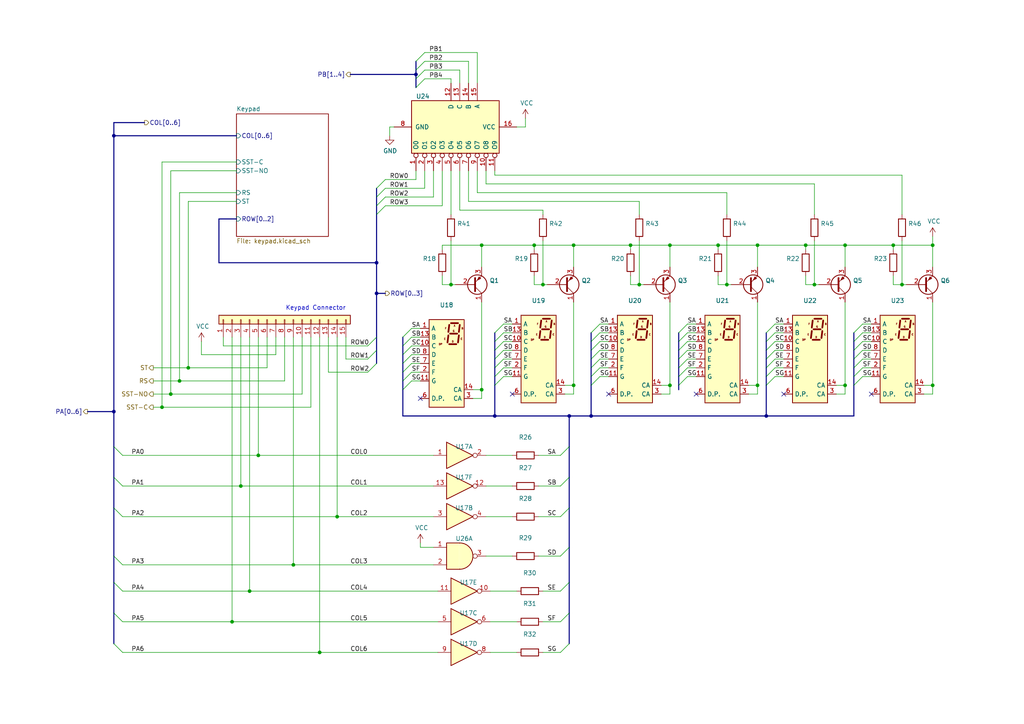
<source format=kicad_sch>
(kicad_sch (version 20211123) (generator eeschema)
  (paper "A4")
  (lib_symbols
    (symbol "Connector_Generic:Conn_01x15" (pin_names (offset 1.016) hide)
      (property "Reference" "J" (at 0 20.32 0))
      (property "Value" "Conn_01x15" (at 0 -20.32 0))
      (symbol "Conn_01x15_1_1"
        (rectangle (start -1.27 -17.653) (end 0 -17.907) (stroke (width 0.1524)))
        (rectangle (start -1.27 -15.113) (end 0 -15.367) (stroke (width 0.1524)))
        (rectangle (start -1.27 -12.573) (end 0 -12.827) (stroke (width 0.1524)))
        (rectangle (start -1.27 -10.033) (end 0 -10.287) (stroke (width 0.1524)))
        (rectangle (start -1.27 -7.493) (end 0 -7.747) (stroke (width 0.1524)))
        (rectangle (start -1.27 -4.953) (end 0 -5.207) (stroke (width 0.1524)))
        (rectangle (start -1.27 -2.413) (end 0 -2.667) (stroke (width 0.1524)))
        (rectangle (start -1.27 0.127) (end 0 -0.127) (stroke (width 0.1524)))
        (rectangle (start -1.27 2.667) (end 0 2.413) (stroke (width 0.1524)))
        (rectangle (start -1.27 5.207) (end 0 4.953) (stroke (width 0.1524)))
        (rectangle (start -1.27 7.747) (end 0 7.493) (stroke (width 0.1524)))
        (rectangle (start -1.27 10.287) (end 0 10.033) (stroke (width 0.1524)))
        (rectangle (start -1.27 12.827) (end 0 12.573) (stroke (width 0.1524)))
        (rectangle (start -1.27 15.367) (end 0 15.113) (stroke (width 0.1524)))
        (rectangle (start -1.27 17.907) (end 0 17.653) (stroke (width 0.1524)))
        (rectangle (start -1.27 19.05) (end 1.27 -19.05) (stroke (width 0.254)) (fill (type background)))
        (pin passive line (at -5.08 17.78 0) (length 3.81) (name "Pin_1") (number "1"))
        (pin passive line (at -5.08 -5.08 0) (length 3.81) (name "Pin_10") (number "10"))
        (pin passive line (at -5.08 -7.62 0) (length 3.81) (name "Pin_11") (number "11"))
        (pin passive line (at -5.08 -10.16 0) (length 3.81) (name "Pin_12") (number "12"))
        (pin passive line (at -5.08 -12.7 0) (length 3.81) (name "Pin_13") (number "13"))
        (pin passive line (at -5.08 -15.24 0) (length 3.81) (name "Pin_14") (number "14"))
        (pin passive line (at -5.08 -17.78 0) (length 3.81) (name "Pin_15") (number "15"))
        (pin passive line (at -5.08 15.24 0) (length 3.81) (name "Pin_2") (number "2"))
        (pin passive line (at -5.08 12.7 0) (length 3.81) (name "Pin_3") (number "3"))
        (pin passive line (at -5.08 10.16 0) (length 3.81) (name "Pin_4") (number "4"))
        (pin passive line (at -5.08 7.62 0) (length 3.81) (name "Pin_5") (number "5"))
        (pin passive line (at -5.08 5.08 0) (length 3.81) (name "Pin_6") (number "6"))
        (pin passive line (at -5.08 2.54 0) (length 3.81) (name "Pin_7") (number "7"))
        (pin passive line (at -5.08 0 0) (length 3.81) (name "Pin_8") (number "8"))
        (pin passive line (at -5.08 -2.54 0) (length 3.81) (name "Pin_9") (number "9"))
      )
    )
    (symbol "Device:Q_PNP_CBE" (pin_names (offset 0) hide)
      (property "Reference" "Q" (at 5.08 1.27 0))
      (property "Value" "Q_PNP_CBE" (at 5.08 -1.27 0))
      (symbol "Q_PNP_CBE_0_1"
        (polyline (pts (xy 0.635 0.635) (xy 2.54 2.54)))
        (polyline (pts (xy 0.635 -0.635) (xy 2.54 -2.54) (xy 2.54 -2.54)))
        (polyline (pts (xy 0.635 1.905) (xy 0.635 -1.905) (xy 0.635 -1.905)) (stroke (width 0.508)))
        (polyline (pts (xy 2.286 -1.778) (xy 1.778 -2.286) (xy 1.27 -1.27) (xy 2.286 -1.778) (xy 2.286 -1.778)) (fill (type outline)))
        (circle (center 1.27 0) (radius 2.8194) (stroke (width 0.254)))
      )
      (symbol "Q_PNP_CBE_1_1"
        (pin passive line (at 2.54 5.08 270) (length 2.54) (name "C") (number "1"))
        (pin input line (at -5.08 0 0) (length 5.715) (name "B") (number "2"))
        (pin passive line (at 2.54 -5.08 90) (length 2.54) (name "E") (number "3"))
      )
    )
    (symbol "Device:R" (pin_numbers hide) (pin_names (offset 0))
      (property "Reference" "R" (at 2.032 0 90))
      (property "Value" "R" (at 0 0 90))
      (symbol "R_0_1"
        (rectangle (start -1.016 -2.54) (end 1.016 2.54) (stroke (width 0.254)))
      )
      (symbol "R_1_1"
        (pin passive line (at 0 3.81 270) (length 1.27) (name "~") (number "1"))
        (pin passive line (at 0 -3.81 90) (length 1.27) (name "~") (number "2"))
      )
    )
    (symbol "Display_Character:MAN72A" (pin_names (offset 0.635))
      (property "Reference" "U" (at -2.54 13.97 0))
      (property "Value" "MAN72A" (at 2.794 -14.224 0))
      (symbol "MAN72A_0_0"
        (text "A" (at 2.286 10.922 0) (effects (font (size 0.508 0.508))))
        (text "B" (at 4.572 10.16 0) (effects (font (size 0.508 0.508))))
        (text "C" (at 4.318 7.112 0) (effects (font (size 0.508 0.508))))
        (text "D" (at 1.778 6.35 0) (effects (font (size 0.508 0.508))))
        (text "DP" (at -1.778 5.588 0) (effects (font (size 0.508 0.508))))
        (text "E" (at -0.508 7.112 0) (effects (font (size 0.508 0.508))))
        (text "F" (at -0.254 10.16 0) (effects (font (size 0.508 0.508))))
        (text "G" (at 2.032 9.398 0) (effects (font (size 0.508 0.508))))
      )
      (symbol "MAN72A_0_1"
        (rectangle (start -5.08 12.7) (end 5.08 -12.7) (stroke (width 0.254)) (fill (type background)))
        (polyline (pts (xy -0.762 5.588) (xy -0.762 5.588)) (stroke (width 0.508)))
        (polyline (pts (xy 0.508 8.128) (xy 0.254 6.096)) (stroke (width 0.508)))
        (polyline (pts (xy 0.762 5.588) (xy 2.794 5.588)) (stroke (width 0.508)))
        (polyline (pts (xy 0.762 11.176) (xy 0.508 9.144)) (stroke (width 0.508)))
        (polyline (pts (xy 1.016 8.636) (xy 3.048 8.636)) (stroke (width 0.508)))
        (polyline (pts (xy 1.27 11.684) (xy 3.302 11.684)) (stroke (width 0.508)))
        (polyline (pts (xy 3.556 8.128) (xy 3.302 6.096)) (stroke (width 0.508)))
        (polyline (pts (xy 3.81 11.176) (xy 3.556 9.144)) (stroke (width 0.508)))
      )
      (symbol "MAN72A_1_1"
        (pin input line (at -7.62 10.16 0) (length 2.54) (name "A") (number "1"))
        (pin input line (at -7.62 5.08 0) (length 2.54) (name "C") (number "10"))
        (pin input line (at -7.62 -5.08 0) (length 2.54) (name "G") (number "11"))
        (pin no_connect line (at 7.62 -5.08 180) (length 2.54) hide (name "NC") (number "12"))
        (pin input line (at -7.62 7.62 0) (length 2.54) (name "B") (number "13"))
        (pin input line (at 7.62 -7.62 180) (length 2.54) (name "CA") (number "14"))
        (pin input line (at -7.62 -2.54 0) (length 2.54) (name "F") (number "2"))
        (pin input line (at 7.62 -10.16 180) (length 2.54) (name "CA") (number "3"))
        (pin no_connect line (at 7.62 2.54 180) (length 2.54) hide (name "NC") (number "4"))
        (pin no_connect line (at 7.62 0 180) (length 2.54) hide (name "NC") (number "5"))
        (pin input line (at -7.62 -10.16 0) (length 2.54) (name "D.P.") (number "6"))
        (pin input line (at -7.62 0 0) (length 2.54) (name "E") (number "7"))
        (pin input line (at -7.62 2.54 0) (length 2.54) (name "D") (number "8"))
        (pin no_connect line (at 7.62 -2.54 180) (length 2.54) hide (name "NC") (number "9"))
      )
    )
    (symbol "KIM1-rescue:7406-74xx_more" (pin_names (offset 1.016))
      (property "Reference" "U" (at 0 1.27 0))
      (property "Value" "7406-74xx_more" (at 0 -1.27 0))
      (symbol "7406-74xx_more_1_0"
        (polyline (pts (xy -3.81 3.81) (xy -3.81 -3.81) (xy 3.81 0) (xy -3.81 3.81)) (stroke (width 0.254)) (fill (type background)))
        (pin input line (at -7.62 0 0) (length 3.81) (name "~") (number "1"))
        (pin open_collector inverted (at 7.62 0 180) (length 3.81) (name "~") (number "2"))
      )
      (symbol "7406-74xx_more_2_0"
        (polyline (pts (xy -3.81 3.81) (xy -3.81 -3.81) (xy 3.81 0) (xy -3.81 3.81)) (stroke (width 0.254)) (fill (type background)))
        (pin input line (at -7.62 0 0) (length 3.81) (name "~") (number "3"))
        (pin open_collector inverted (at 7.62 0 180) (length 3.81) (name "~") (number "4"))
      )
      (symbol "7406-74xx_more_3_0"
        (polyline (pts (xy -3.81 3.81) (xy -3.81 -3.81) (xy 3.81 0) (xy -3.81 3.81)) (stroke (width 0.254)) (fill (type background)))
        (pin input line (at -7.62 0 0) (length 3.81) (name "~") (number "5"))
        (pin open_collector inverted (at 7.62 0 180) (length 3.81) (name "~") (number "6"))
      )
      (symbol "7406-74xx_more_4_0"
        (polyline (pts (xy -3.81 3.81) (xy -3.81 -3.81) (xy 3.81 0) (xy -3.81 3.81)) (stroke (width 0.254)) (fill (type background)))
        (pin open_collector inverted (at 7.62 0 180) (length 3.81) (name "~") (number "8"))
        (pin input line (at -7.62 0 0) (length 3.81) (name "~") (number "9"))
      )
      (symbol "7406-74xx_more_5_0"
        (polyline (pts (xy -3.81 3.81) (xy -3.81 -3.81) (xy 3.81 0) (xy -3.81 3.81)) (stroke (width 0.254)) (fill (type background)))
        (pin open_collector inverted (at 7.62 0 180) (length 3.81) (name "~") (number "10"))
        (pin input line (at -7.62 0 0) (length 3.81) (name "~") (number "11"))
      )
      (symbol "7406-74xx_more_6_0"
        (polyline (pts (xy -3.81 3.81) (xy -3.81 -3.81) (xy 3.81 0) (xy -3.81 3.81)) (stroke (width 0.254)) (fill (type background)))
        (pin open_collector inverted (at 7.62 0 180) (length 3.81) (name "~") (number "12"))
        (pin input line (at -7.62 0 0) (length 3.81) (name "~") (number "13"))
      )
      (symbol "7406-74xx_more_7_0"
        (pin power_in line (at 0 12.7 270) (length 5.08) (name "VCC") (number "14"))
        (pin power_in line (at 0 -12.7 90) (length 5.08) (name "GND") (number "7"))
      )
      (symbol "7406-74xx_more_7_1"
        (rectangle (start -5.08 7.62) (end 5.08 -7.62) (stroke (width 0.254)) (fill (type background)))
      )
    )
    (symbol "KIM1-rescue:74145-74xx_more" (pin_names (offset 1.016))
      (property "Reference" "U" (at 3.81 15.24 0))
      (property "Value" "74145-74xx_more" (at 5.08 12.7 0))
      (symbol "74145-74xx_more_0_0"
        (pin input line (at -12.7 5.08 0) (length 5.08) (name "A") (number "15"))
      )
      (symbol "74145-74xx_more_1_1"
        (rectangle (start -7.62 11.43) (end 7.62 -13.97) (stroke (width 0.254)) (fill (type background)))
        (pin output inverted (at 12.7 -12.7 180) (length 5.08) (name "O0") (number "1"))
        (pin output inverted (at 12.7 7.62 180) (length 5.08) (name "O8") (number "10"))
        (pin output inverted (at 12.7 10.16 180) (length 5.08) (name "O9") (number "11"))
        (pin input line (at -12.7 -2.54 0) (length 5.08) (name "D") (number "12"))
        (pin input line (at -12.7 0 0) (length 5.08) (name "C") (number "13"))
        (pin input line (at -12.7 2.54 0) (length 5.08) (name "B") (number "14"))
        (pin power_in line (at 0 16.51 270) (length 5.08) (name "VCC") (number "16"))
        (pin output inverted (at 12.7 -10.16 180) (length 5.08) (name "O1") (number "2"))
        (pin output inverted (at 12.7 -7.62 180) (length 5.08) (name "O2") (number "3"))
        (pin output inverted (at 12.7 -5.08 180) (length 5.08) (name "O3") (number "4"))
        (pin output inverted (at 12.7 -2.54 180) (length 5.08) (name "O4") (number "5"))
        (pin output inverted (at 12.7 0 180) (length 5.08) (name "O5") (number "6"))
        (pin output inverted (at 12.7 2.54 180) (length 5.08) (name "O6") (number "7"))
        (pin power_in line (at 0 -19.05 90) (length 5.08) (name "GND") (number "8"))
        (pin output inverted (at 12.7 5.08 180) (length 5.08) (name "O7") (number "9"))
      )
    )
    (symbol "KIM1-rescue:7438-74xx_more" (pin_names (offset 1.016))
      (property "Reference" "U" (at 0 1.27 0))
      (property "Value" "7438-74xx_more" (at 0 -1.27 0))
      (symbol "7438-74xx_more_1_1"
        (arc (start 0 -3.81) (mid 3.81 0) (end 0 3.81) (stroke (width 0.254)) (fill (type background)))
        (polyline (pts (xy 0 3.81) (xy -3.81 3.81) (xy -3.81 -3.81) (xy 0 -3.81)) (stroke (width 0.254)) (fill (type background)))
        (pin input line (at -7.62 2.54 0) (length 3.81) (name "~") (number "1"))
        (pin input line (at -7.62 -2.54 0) (length 3.81) (name "~") (number "2"))
        (pin output inverted (at 7.62 0 180) (length 3.81) (name "~") (number "3"))
      )
      (symbol "7438-74xx_more_1_2"
        (arc (start -3.81 -3.81) (mid -2.589 0) (end -3.81 3.81) (stroke (width 0.254)))
        (arc (start -0.6096 -3.81) (mid 2.1842 -2.5851) (end 3.81 0) (stroke (width 0.254)) (fill (type background)))
        (polyline (pts (xy -3.81 -3.81) (xy -0.635 -3.81)) (stroke (width 0.254)) (fill (type background)))
        (polyline (pts (xy -3.81 3.81) (xy -0.635 3.81)) (stroke (width 0.254)) (fill (type background)))
        (polyline (pts (xy -0.635 3.81) (xy -3.81 3.81) (xy -3.81 3.81) (xy -3.556 3.4036) (xy -3.0226 2.2606) (xy -2.6924 1.0414) (xy -2.6162 -0.254) (xy -2.7686 -1.4986) (xy -3.175 -2.7178) (xy -3.81 -3.81) (xy -3.81 -3.81) (xy -0.635 -3.81)) (stroke (width -25.4)) (fill (type background)))
        (arc (start 3.81 0) (mid 2.1915 2.5936) (end -0.6096 3.81) (stroke (width 0.254)) (fill (type background)))
        (pin input inverted (at -7.62 2.54 0) (length 4.318) (name "~") (number "1"))
        (pin input inverted (at -7.62 -2.54 0) (length 4.318) (name "~") (number "2"))
        (pin output line (at 7.62 0 180) (length 3.81) (name "~") (number "3"))
      )
      (symbol "7438-74xx_more_2_1"
        (arc (start 0 -3.81) (mid 3.81 0) (end 0 3.81) (stroke (width 0.254)) (fill (type background)))
        (polyline (pts (xy 0 3.81) (xy -3.81 3.81) (xy -3.81 -3.81) (xy 0 -3.81)) (stroke (width 0.254)) (fill (type background)))
        (pin input line (at -7.62 2.54 0) (length 3.81) (name "~") (number "4"))
        (pin input line (at -7.62 -2.54 0) (length 3.81) (name "~") (number "5"))
        (pin output inverted (at 7.62 0 180) (length 3.81) (name "~") (number "6"))
      )
      (symbol "7438-74xx_more_2_2"
        (arc (start -3.81 -3.81) (mid -2.589 0) (end -3.81 3.81) (stroke (width 0.254)))
        (arc (start -0.6096 -3.81) (mid 2.1842 -2.5851) (end 3.81 0) (stroke (width 0.254)) (fill (type background)))
        (polyline (pts (xy -3.81 -3.81) (xy -0.635 -3.81)) (stroke (width 0.254)) (fill (type background)))
        (polyline (pts (xy -3.81 3.81) (xy -0.635 3.81)) (stroke (width 0.254)) (fill (type background)))
        (polyline (pts (xy -0.635 3.81) (xy -3.81 3.81) (xy -3.81 3.81) (xy -3.556 3.4036) (xy -3.0226 2.2606) (xy -2.6924 1.0414) (xy -2.6162 -0.254) (xy -2.7686 -1.4986) (xy -3.175 -2.7178) (xy -3.81 -3.81) (xy -3.81 -3.81) (xy -0.635 -3.81)) (stroke (width -25.4)) (fill (type background)))
        (arc (start 3.81 0) (mid 2.1915 2.5936) (end -0.6096 3.81) (stroke (width 0.254)) (fill (type background)))
        (pin input inverted (at -7.62 2.54 0) (length 4.318) (name "~") (number "4"))
        (pin input inverted (at -7.62 -2.54 0) (length 4.318) (name "~") (number "5"))
        (pin output line (at 7.62 0 180) (length 3.81) (name "~") (number "6"))
      )
      (symbol "7438-74xx_more_3_1"
        (arc (start 0 -3.81) (mid 3.81 0) (end 0 3.81) (stroke (width 0.254)) (fill (type background)))
        (polyline (pts (xy 0 3.81) (xy -3.81 3.81) (xy -3.81 -3.81) (xy 0 -3.81)) (stroke (width 0.254)) (fill (type background)))
        (pin input line (at -7.62 -2.54 0) (length 3.81) (name "~") (number "10"))
        (pin output inverted (at 7.62 0 180) (length 3.81) (name "~") (number "8"))
        (pin input line (at -7.62 2.54 0) (length 3.81) (name "~") (number "9"))
      )
      (symbol "7438-74xx_more_3_2"
        (arc (start -3.81 -3.81) (mid -2.589 0) (end -3.81 3.81) (stroke (width 0.254)))
        (arc (start -0.6096 -3.81) (mid 2.1842 -2.5851) (end 3.81 0) (stroke (width 0.254)) (fill (type background)))
        (polyline (pts (xy -3.81 -3.81) (xy -0.635 -3.81)) (stroke (width 0.254)) (fill (type background)))
        (polyline (pts (xy -3.81 3.81) (xy -0.635 3.81)) (stroke (width 0.254)) (fill (type background)))
        (polyline (pts (xy -0.635 3.81) (xy -3.81 3.81) (xy -3.81 3.81) (xy -3.556 3.4036) (xy -3.0226 2.2606) (xy -2.6924 1.0414) (xy -2.6162 -0.254) (xy -2.7686 -1.4986) (xy -3.175 -2.7178) (xy -3.81 -3.81) (xy -3.81 -3.81) (xy -0.635 -3.81)) (stroke (width -25.4)) (fill (type background)))
        (arc (start 3.81 0) (mid 2.1915 2.5936) (end -0.6096 3.81) (stroke (width 0.254)) (fill (type background)))
        (pin input inverted (at -7.62 -2.54 0) (length 4.318) (name "~") (number "10"))
        (pin output line (at 7.62 0 180) (length 3.81) (name "~") (number "8"))
        (pin input inverted (at -7.62 2.54 0) (length 4.318) (name "~") (number "9"))
      )
      (symbol "7438-74xx_more_4_1"
        (arc (start 0 -3.81) (mid 3.81 0) (end 0 3.81) (stroke (width 0.254)) (fill (type background)))
        (polyline (pts (xy 0 3.81) (xy -3.81 3.81) (xy -3.81 -3.81) (xy 0 -3.81)) (stroke (width 0.254)) (fill (type background)))
        (pin output inverted (at 7.62 0 180) (length 3.81) (name "~") (number "11"))
        (pin input line (at -7.62 2.54 0) (length 3.81) (name "~") (number "12"))
        (pin input line (at -7.62 -2.54 0) (length 3.81) (name "~") (number "13"))
      )
      (symbol "7438-74xx_more_4_2"
        (arc (start -3.81 -3.81) (mid -2.589 0) (end -3.81 3.81) (stroke (width 0.254)))
        (arc (start -0.6096 -3.81) (mid 2.1842 -2.5851) (end 3.81 0) (stroke (width 0.254)) (fill (type background)))
        (polyline (pts (xy -3.81 -3.81) (xy -0.635 -3.81)) (stroke (width 0.254)) (fill (type background)))
        (polyline (pts (xy -3.81 3.81) (xy -0.635 3.81)) (stroke (width 0.254)) (fill (type background)))
        (polyline (pts (xy -0.635 3.81) (xy -3.81 3.81) (xy -3.81 3.81) (xy -3.556 3.4036) (xy -3.0226 2.2606) (xy -2.6924 1.0414) (xy -2.6162 -0.254) (xy -2.7686 -1.4986) (xy -3.175 -2.7178) (xy -3.81 -3.81) (xy -3.81 -3.81) (xy -0.635 -3.81)) (stroke (width -25.4)) (fill (type background)))
        (arc (start 3.81 0) (mid 2.1915 2.5936) (end -0.6096 3.81) (stroke (width 0.254)) (fill (type background)))
        (pin output line (at 7.62 0 180) (length 3.81) (name "~") (number "11"))
        (pin input inverted (at -7.62 2.54 0) (length 4.318) (name "~") (number "12"))
        (pin input inverted (at -7.62 -2.54 0) (length 4.318) (name "~") (number "13"))
      )
      (symbol "7438-74xx_more_5_0"
        (pin power_in line (at 0 12.7 270) (length 5.08) (name "VCC") (number "14"))
        (pin power_in line (at 0 -12.7 90) (length 5.08) (name "GND") (number "7"))
      )
      (symbol "7438-74xx_more_5_1"
        (rectangle (start -5.08 7.62) (end 5.08 -7.62) (stroke (width 0.254)) (fill (type background)))
      )
    )
    (symbol "power:GND" (power) (pin_names (offset 0))
      (property "Value" "GND" (at 0 -3.81 0))
      (symbol "GND_0_1"
        (polyline (pts (xy 0 0) (xy 0 -1.27) (xy 1.27 -1.27) (xy 0 -2.54) (xy -1.27 -1.27) (xy 0 -1.27)))
      )
      (symbol "GND_1_1"
        (pin power_in line (at 0 0 270) (length 0) hide (name "GND") (number "1"))
      )
    )
    (symbol "power:VCC" (power) (pin_names (offset 0))
      (property "Value" "VCC" (at 0 3.81 0))
      (symbol "VCC_0_1"
        (polyline (pts (xy -0.762 1.27) (xy 0 2.54)))
        (polyline (pts (xy 0 0) (xy 0 2.54)))
        (polyline (pts (xy 0 2.54) (xy 0.762 1.27)))
      )
      (symbol "VCC_1_1"
        (pin power_in line (at 0 0 90) (length 0) hide (name "VCC") (number "1"))
      )
    )
  )
  (junction (at 154.94 71.12))
  (junction (at 182.88 71.12))
  (junction (at 97.79 149.86))
  (junction (at 69.85 140.97))
  (junction (at 222.25 120.65))
  (junction (at 233.68 71.12))
  (junction (at 185.42 82.55))
  (junction (at 166.37 111.76))
  (junction (at 143.51 120.65))
  (junction (at 54.61 106.68))
  (junction (at 109.22 76.2))
  (junction (at 74.93 132.08))
  (junction (at 139.7 113.03))
  (junction (at 33.02 39.37))
  (junction (at 219.71 111.76))
  (junction (at 171.45 120.65))
  (junction (at 270.51 71.12))
  (junction (at 46.99 118.11))
  (junction (at 208.28 71.12))
  (junction (at 194.31 111.76))
  (junction (at 85.09 163.83))
  (junction (at 139.7 71.12))
  (junction (at 120.65 21.59))
  (junction (at 245.11 71.12))
  (junction (at 165.1 120.65))
  (junction (at 52.07 110.49))
  (junction (at 109.22 85.09))
  (junction (at 33.02 119.38))
  (junction (at 92.71 189.23))
  (junction (at 72.39 171.45))
  (junction (at 210.82 82.55))
  (junction (at 236.22 82.55))
  (junction (at 130.81 82.55))
  (junction (at 219.71 71.12))
  (junction (at 194.31 71.12))
  (junction (at 261.62 82.55))
  (junction (at 245.11 111.76))
  (junction (at 67.31 180.34))
  (junction (at 270.51 111.76))
  (junction (at 49.53 114.3))
  (junction (at 157.48 82.55))
  (junction (at 259.08 71.12))
  (junction (at 166.37 71.12))
  (no_connect (at 121.92 115.57))
  (no_connect (at 201.93 114.3))
  (no_connect (at 252.73 114.3))
  (no_connect (at 148.59 114.3))
  (no_connect (at 227.33 114.3))
  (no_connect (at 176.53 114.3))
  (bus_entry (at 196.85 96.52) (size 2.54 -2.54))
  (bus_entry (at 33.02 186.69) (size 2.54 2.54))
  (bus_entry (at 116.84 100.33) (size 2.54 -2.54))
  (bus_entry (at 196.85 104.14) (size 2.54 -2.54))
  (bus_entry (at 222.25 96.52) (size 2.54 -2.54))
  (bus_entry (at 162.56 171.45) (size 2.54 -2.54))
  (bus_entry (at 120.65 20.32) (size 2.54 -2.54))
  (bus_entry (at 222.25 104.14) (size 2.54 -2.54))
  (bus_entry (at 222.25 101.6) (size 2.54 -2.54))
  (bus_entry (at 162.56 149.86) (size 2.54 -2.54))
  (bus_entry (at 143.51 101.6) (size 2.54 -2.54))
  (bus_entry (at 196.85 106.68) (size 2.54 -2.54))
  (bus_entry (at 143.51 109.22) (size 2.54 -2.54))
  (bus_entry (at 106.68 100.33) (size 2.54 -2.54))
  (bus_entry (at 116.84 110.49) (size 2.54 -2.54))
  (bus_entry (at 247.65 111.76) (size 2.54 -2.54))
  (bus_entry (at 247.65 109.22) (size 2.54 -2.54))
  (bus_entry (at 196.85 109.22) (size 2.54 -2.54))
  (bus_entry (at 143.51 111.76) (size 2.54 -2.54))
  (bus_entry (at 171.45 109.22) (size 2.54 -2.54))
  (bus_entry (at 196.85 111.76) (size 2.54 -2.54))
  (bus_entry (at 247.65 96.52) (size 2.54 -2.54))
  (bus_entry (at 143.51 96.52) (size 2.54 -2.54))
  (bus_entry (at 171.45 99.06) (size 2.54 -2.54))
  (bus_entry (at 109.22 62.23) (size 2.54 -2.54))
  (bus_entry (at 196.85 101.6) (size 2.54 -2.54))
  (bus_entry (at 143.51 104.14) (size 2.54 -2.54))
  (bus_entry (at 33.02 129.54) (size 2.54 2.54))
  (bus_entry (at 116.84 105.41) (size 2.54 -2.54))
  (bus_entry (at 222.25 106.68) (size 2.54 -2.54))
  (bus_entry (at 33.02 168.91) (size 2.54 2.54))
  (bus_entry (at 162.56 161.29) (size 2.54 -2.54))
  (bus_entry (at 162.56 140.97) (size 2.54 -2.54))
  (bus_entry (at 247.65 104.14) (size 2.54 -2.54))
  (bus_entry (at 162.56 180.34) (size 2.54 -2.54))
  (bus_entry (at 143.51 99.06) (size 2.54 -2.54))
  (bus_entry (at 109.22 54.61) (size 2.54 -2.54))
  (bus_entry (at 33.02 161.29) (size 2.54 2.54))
  (bus_entry (at 109.22 57.15) (size 2.54 -2.54))
  (bus_entry (at 106.68 107.95) (size 2.54 -2.54))
  (bus_entry (at 33.02 147.32) (size 2.54 2.54))
  (bus_entry (at 171.45 106.68) (size 2.54 -2.54))
  (bus_entry (at 247.65 101.6) (size 2.54 -2.54))
  (bus_entry (at 171.45 104.14) (size 2.54 -2.54))
  (bus_entry (at 33.02 138.43) (size 2.54 2.54))
  (bus_entry (at 247.65 99.06) (size 2.54 -2.54))
  (bus_entry (at 222.25 111.76) (size 2.54 -2.54))
  (bus_entry (at 196.85 99.06) (size 2.54 -2.54))
  (bus_entry (at 222.25 109.22) (size 2.54 -2.54))
  (bus_entry (at 116.84 107.95) (size 2.54 -2.54))
  (bus_entry (at 120.65 17.78) (size 2.54 -2.54))
  (bus_entry (at 222.25 99.06) (size 2.54 -2.54))
  (bus_entry (at 106.68 104.14) (size 2.54 -2.54))
  (bus_entry (at 162.56 189.23) (size 2.54 -2.54))
  (bus_entry (at 116.84 113.03) (size 2.54 -2.54))
  (bus_entry (at 116.84 102.87) (size 2.54 -2.54))
  (bus_entry (at 120.65 25.4) (size 2.54 -2.54))
  (bus_entry (at 120.65 22.86) (size 2.54 -2.54))
  (bus_entry (at 109.22 59.69) (size 2.54 -2.54))
  (bus_entry (at 116.84 97.79) (size 2.54 -2.54))
  (bus_entry (at 247.65 106.68) (size 2.54 -2.54))
  (bus_entry (at 171.45 101.6) (size 2.54 -2.54))
  (bus_entry (at 171.45 111.76) (size 2.54 -2.54))
  (bus_entry (at 33.02 177.8) (size 2.54 2.54))
  (bus_entry (at 162.56 132.08) (size 2.54 -2.54))
  (bus_entry (at 171.45 96.52) (size 2.54 -2.54))
  (bus_entry (at 143.51 106.68) (size 2.54 -2.54))
  (wire (pts (xy 157.48 60.96) (xy 157.48 62.23)))
  (wire (pts (xy 157.48 171.45) (xy 162.56 171.45)))
  (wire (pts (xy 208.28 80.01) (xy 208.28 82.55)))
  (wire (pts (xy 210.82 55.88) (xy 210.82 62.23)))
  (wire (pts (xy 157.48 180.34) (xy 162.56 180.34)))
  (wire (pts (xy 52.07 110.49) (xy 44.45 110.49)))
  (bus (pts (xy 109.22 101.6) (xy 109.22 105.41)))
  (wire (pts (xy 85.09 163.83) (xy 125.73 163.83)))
  (wire (pts (xy 135.89 58.42) (xy 185.42 58.42)))
  (wire (pts (xy 199.39 106.68) (xy 201.93 106.68)))
  (bus (pts (xy 222.25 101.6) (xy 222.25 104.14)))
  (bus (pts (xy 247.65 109.22) (xy 247.65 111.76)))
  (bus (pts (xy 33.02 177.8) (xy 33.02 186.69)))
  (wire (pts (xy 123.19 54.61) (xy 111.76 54.61)))
  (wire (pts (xy 156.21 132.08) (xy 162.56 132.08)))
  (bus (pts (xy 33.02 119.38) (xy 33.02 129.54)))
  (wire (pts (xy 250.19 99.06) (xy 252.73 99.06)))
  (bus (pts (xy 247.65 104.14) (xy 247.65 106.68)))
  (wire (pts (xy 173.99 106.68) (xy 176.53 106.68)))
  (wire (pts (xy 261.62 50.8) (xy 261.62 62.23)))
  (wire (pts (xy 68.58 55.88) (xy 52.07 55.88)))
  (bus (pts (xy 247.65 111.76) (xy 247.65 120.65)))
  (wire (pts (xy 133.35 20.32) (xy 123.19 20.32)))
  (wire (pts (xy 199.39 101.6) (xy 201.93 101.6)))
  (wire (pts (xy 143.51 49.53) (xy 143.51 50.8)))
  (wire (pts (xy 199.39 109.22) (xy 201.93 109.22)))
  (wire (pts (xy 224.79 96.52) (xy 227.33 96.52)))
  (wire (pts (xy 35.56 171.45) (xy 72.39 171.45)))
  (wire (pts (xy 166.37 71.12) (xy 182.88 71.12)))
  (bus (pts (xy 247.65 96.52) (xy 247.65 99.06)))
  (wire (pts (xy 224.79 101.6) (xy 227.33 101.6)))
  (wire (pts (xy 138.43 15.24) (xy 123.19 15.24)))
  (bus (pts (xy 116.84 100.33) (xy 116.84 102.87)))
  (wire (pts (xy 35.56 149.86) (xy 97.79 149.86)))
  (wire (pts (xy 123.19 54.61) (xy 123.19 49.53)))
  (bus (pts (xy 171.45 120.65) (xy 165.1 120.65)))
  (wire (pts (xy 166.37 111.76) (xy 166.37 87.63)))
  (wire (pts (xy 250.19 93.98) (xy 252.73 93.98)))
  (wire (pts (xy 54.61 58.42) (xy 54.61 106.68)))
  (bus (pts (xy 41.91 35.56) (xy 33.02 35.56)))
  (wire (pts (xy 194.31 71.12) (xy 208.28 71.12)))
  (wire (pts (xy 92.71 189.23) (xy 127 189.23)))
  (bus (pts (xy 33.02 161.29) (xy 33.02 168.91)))
  (bus (pts (xy 165.1 158.75) (xy 165.1 168.91)))
  (wire (pts (xy 35.56 140.97) (xy 69.85 140.97)))
  (bus (pts (xy 63.5 63.5) (xy 63.5 76.2)))
  (wire (pts (xy 157.48 189.23) (xy 162.56 189.23)))
  (wire (pts (xy 135.89 17.78) (xy 123.19 17.78)))
  (wire (pts (xy 154.94 80.01) (xy 154.94 82.55)))
  (wire (pts (xy 139.7 115.57) (xy 137.16 115.57)))
  (wire (pts (xy 154.94 71.12) (xy 154.94 72.39)))
  (wire (pts (xy 97.79 149.86) (xy 125.73 149.86)))
  (wire (pts (xy 156.21 149.86) (xy 162.56 149.86)))
  (wire (pts (xy 146.05 96.52) (xy 148.59 96.52)))
  (bus (pts (xy 171.45 109.22) (xy 171.45 111.76)))
  (bus (pts (xy 165.1 120.65) (xy 143.51 120.65)))
  (wire (pts (xy 80.01 102.87) (xy 58.42 102.87)))
  (bus (pts (xy 222.25 111.76) (xy 222.25 120.65)))
  (wire (pts (xy 120.65 49.53) (xy 120.65 52.07)))
  (wire (pts (xy 173.99 96.52) (xy 176.53 96.52)))
  (bus (pts (xy 33.02 129.54) (xy 33.02 138.43)))
  (wire (pts (xy 140.97 149.86) (xy 148.59 149.86)))
  (wire (pts (xy 138.43 24.13) (xy 138.43 15.24)))
  (bus (pts (xy 222.25 120.65) (xy 171.45 120.65)))
  (bus (pts (xy 33.02 119.38) (xy 25.4 119.38)))
  (bus (pts (xy 116.84 113.03) (xy 116.84 120.65)))
  (wire (pts (xy 185.42 69.85) (xy 185.42 82.55)))
  (wire (pts (xy 67.31 180.34) (xy 67.31 97.79)))
  (wire (pts (xy 208.28 71.12) (xy 219.71 71.12)))
  (wire (pts (xy 119.38 105.41) (xy 121.92 105.41)))
  (wire (pts (xy 113.03 36.83) (xy 113.03 39.37)))
  (bus (pts (xy 165.1 129.54) (xy 165.1 138.43)))
  (wire (pts (xy 199.39 96.52) (xy 201.93 96.52)))
  (wire (pts (xy 154.94 82.55) (xy 157.48 82.55)))
  (wire (pts (xy 90.17 118.11) (xy 90.17 97.79)))
  (wire (pts (xy 111.76 57.15) (xy 125.73 57.15)))
  (bus (pts (xy 120.65 22.86) (xy 120.65 25.4)))
  (wire (pts (xy 210.82 82.55) (xy 212.09 82.55)))
  (bus (pts (xy 63.5 76.2) (xy 109.22 76.2)))
  (bus (pts (xy 120.65 17.78) (xy 120.65 20.32)))
  (wire (pts (xy 270.51 68.58) (xy 270.51 71.12)))
  (wire (pts (xy 46.99 118.11) (xy 90.17 118.11)))
  (wire (pts (xy 80.01 97.79) (xy 80.01 102.87)))
  (wire (pts (xy 146.05 106.68) (xy 148.59 106.68)))
  (wire (pts (xy 154.94 71.12) (xy 166.37 71.12)))
  (wire (pts (xy 128.27 71.12) (xy 139.7 71.12)))
  (bus (pts (xy 222.25 99.06) (xy 222.25 101.6)))
  (wire (pts (xy 140.97 49.53) (xy 140.97 53.34)))
  (wire (pts (xy 77.47 106.68) (xy 54.61 106.68)))
  (wire (pts (xy 35.56 189.23) (xy 92.71 189.23)))
  (bus (pts (xy 116.84 102.87) (xy 116.84 105.41)))
  (wire (pts (xy 68.58 46.99) (xy 46.99 46.99)))
  (wire (pts (xy 152.4 36.83) (xy 149.86 36.83)))
  (wire (pts (xy 219.71 111.76) (xy 219.71 87.63)))
  (bus (pts (xy 143.51 96.52) (xy 143.51 99.06)))
  (wire (pts (xy 85.09 163.83) (xy 85.09 97.79)))
  (wire (pts (xy 224.79 109.22) (xy 227.33 109.22)))
  (wire (pts (xy 199.39 104.14) (xy 201.93 104.14)))
  (wire (pts (xy 119.38 100.33) (xy 121.92 100.33)))
  (wire (pts (xy 185.42 82.55) (xy 186.69 82.55)))
  (wire (pts (xy 146.05 109.22) (xy 148.59 109.22)))
  (bus (pts (xy 171.45 99.06) (xy 171.45 101.6)))
  (wire (pts (xy 64.77 100.33) (xy 64.77 97.79)))
  (wire (pts (xy 133.35 24.13) (xy 133.35 20.32)))
  (wire (pts (xy 173.99 101.6) (xy 176.53 101.6)))
  (wire (pts (xy 261.62 82.55) (xy 262.89 82.55)))
  (wire (pts (xy 46.99 46.99) (xy 46.99 118.11)))
  (wire (pts (xy 49.53 49.53) (xy 49.53 114.3)))
  (wire (pts (xy 242.57 114.3) (xy 245.11 114.3)))
  (wire (pts (xy 128.27 82.55) (xy 130.81 82.55)))
  (wire (pts (xy 173.99 109.22) (xy 176.53 109.22)))
  (wire (pts (xy 224.79 99.06) (xy 227.33 99.06)))
  (wire (pts (xy 245.11 114.3) (xy 245.11 111.76)))
  (wire (pts (xy 133.35 49.53) (xy 133.35 60.96)))
  (wire (pts (xy 173.99 104.14) (xy 176.53 104.14)))
  (wire (pts (xy 259.08 80.01) (xy 259.08 82.55)))
  (wire (pts (xy 146.05 104.14) (xy 148.59 104.14)))
  (bus (pts (xy 120.65 21.59) (xy 101.6 21.59)))
  (bus (pts (xy 196.85 96.52) (xy 196.85 99.06)))
  (wire (pts (xy 182.88 71.12) (xy 194.31 71.12)))
  (bus (pts (xy 116.84 97.79) (xy 116.84 100.33)))
  (bus (pts (xy 196.85 104.14) (xy 196.85 106.68)))
  (wire (pts (xy 95.25 107.95) (xy 106.68 107.95)))
  (wire (pts (xy 233.68 71.12) (xy 245.11 71.12)))
  (wire (pts (xy 100.33 104.14) (xy 106.68 104.14)))
  (wire (pts (xy 210.82 69.85) (xy 210.82 82.55)))
  (wire (pts (xy 224.79 106.68) (xy 227.33 106.68)))
  (wire (pts (xy 100.33 104.14) (xy 100.33 97.79)))
  (wire (pts (xy 139.7 87.63) (xy 139.7 113.03)))
  (wire (pts (xy 259.08 71.12) (xy 259.08 72.39)))
  (wire (pts (xy 44.45 114.3) (xy 49.53 114.3)))
  (bus (pts (xy 171.45 101.6) (xy 171.45 104.14)))
  (bus (pts (xy 222.25 106.68) (xy 222.25 109.22)))
  (wire (pts (xy 250.19 109.22) (xy 252.73 109.22)))
  (wire (pts (xy 156.21 161.29) (xy 162.56 161.29)))
  (bus (pts (xy 247.65 120.65) (xy 222.25 120.65)))
  (wire (pts (xy 157.48 82.55) (xy 158.75 82.55)))
  (bus (pts (xy 33.02 35.56) (xy 33.02 39.37)))
  (wire (pts (xy 267.97 111.76) (xy 270.51 111.76)))
  (wire (pts (xy 92.71 189.23) (xy 92.71 97.79)))
  (wire (pts (xy 217.17 111.76) (xy 219.71 111.76)))
  (wire (pts (xy 111.76 59.69) (xy 128.27 59.69)))
  (wire (pts (xy 128.27 80.01) (xy 128.27 82.55)))
  (wire (pts (xy 69.85 140.97) (xy 125.73 140.97)))
  (wire (pts (xy 119.38 102.87) (xy 121.92 102.87)))
  (wire (pts (xy 270.51 71.12) (xy 270.51 77.47)))
  (wire (pts (xy 140.97 53.34) (xy 236.22 53.34)))
  (bus (pts (xy 143.51 99.06) (xy 143.51 101.6)))
  (wire (pts (xy 270.51 111.76) (xy 270.51 87.63)))
  (wire (pts (xy 146.05 101.6) (xy 148.59 101.6)))
  (wire (pts (xy 208.28 82.55) (xy 210.82 82.55)))
  (bus (pts (xy 143.51 109.22) (xy 143.51 111.76)))
  (bus (pts (xy 33.02 39.37) (xy 33.02 119.38)))
  (bus (pts (xy 171.45 111.76) (xy 171.45 120.65)))
  (wire (pts (xy 68.58 49.53) (xy 49.53 49.53)))
  (bus (pts (xy 196.85 101.6) (xy 196.85 104.14)))
  (wire (pts (xy 135.89 49.53) (xy 135.89 58.42)))
  (wire (pts (xy 157.48 69.85) (xy 157.48 82.55)))
  (bus (pts (xy 116.84 107.95) (xy 116.84 110.49)))
  (bus (pts (xy 68.58 39.37) (xy 33.02 39.37)))
  (wire (pts (xy 236.22 69.85) (xy 236.22 82.55)))
  (bus (pts (xy 143.51 101.6) (xy 143.51 104.14)))
  (bus (pts (xy 222.25 96.52) (xy 222.25 99.06)))
  (wire (pts (xy 194.31 114.3) (xy 194.31 111.76)))
  (wire (pts (xy 173.99 99.06) (xy 176.53 99.06)))
  (wire (pts (xy 166.37 71.12) (xy 166.37 77.47)))
  (wire (pts (xy 133.35 60.96) (xy 157.48 60.96)))
  (bus (pts (xy 143.51 120.65) (xy 116.84 120.65)))
  (wire (pts (xy 199.39 99.06) (xy 201.93 99.06)))
  (wire (pts (xy 163.83 114.3) (xy 166.37 114.3)))
  (wire (pts (xy 267.97 114.3) (xy 270.51 114.3)))
  (wire (pts (xy 163.83 111.76) (xy 166.37 111.76)))
  (bus (pts (xy 111.76 85.09) (xy 109.22 85.09)))
  (wire (pts (xy 74.93 132.08) (xy 125.73 132.08)))
  (wire (pts (xy 185.42 58.42) (xy 185.42 62.23)))
  (bus (pts (xy 171.45 106.68) (xy 171.45 109.22)))
  (bus (pts (xy 247.65 101.6) (xy 247.65 104.14)))
  (bus (pts (xy 33.02 168.91) (xy 33.02 177.8)))
  (wire (pts (xy 137.16 113.03) (xy 139.7 113.03)))
  (bus (pts (xy 109.22 76.2) (xy 109.22 85.09)))
  (wire (pts (xy 138.43 55.88) (xy 210.82 55.88)))
  (wire (pts (xy 242.57 111.76) (xy 245.11 111.76)))
  (wire (pts (xy 143.51 50.8) (xy 261.62 50.8)))
  (wire (pts (xy 191.77 111.76) (xy 194.31 111.76)))
  (wire (pts (xy 82.55 110.49) (xy 52.07 110.49)))
  (wire (pts (xy 233.68 80.01) (xy 233.68 82.55)))
  (wire (pts (xy 270.51 114.3) (xy 270.51 111.76)))
  (wire (pts (xy 259.08 71.12) (xy 270.51 71.12)))
  (wire (pts (xy 44.45 118.11) (xy 46.99 118.11)))
  (wire (pts (xy 245.11 71.12) (xy 245.11 77.47)))
  (wire (pts (xy 35.56 163.83) (xy 85.09 163.83)))
  (wire (pts (xy 182.88 80.01) (xy 182.88 82.55)))
  (bus (pts (xy 109.22 57.15) (xy 109.22 59.69)))
  (wire (pts (xy 139.7 71.12) (xy 154.94 71.12)))
  (wire (pts (xy 138.43 49.53) (xy 138.43 55.88)))
  (wire (pts (xy 182.88 82.55) (xy 185.42 82.55)))
  (bus (pts (xy 196.85 111.76) (xy 196.85 113.03)))
  (wire (pts (xy 125.73 57.15) (xy 125.73 49.53)))
  (wire (pts (xy 54.61 106.68) (xy 44.45 106.68)))
  (bus (pts (xy 171.45 104.14) (xy 171.45 106.68)))
  (bus (pts (xy 165.1 177.8) (xy 165.1 186.69)))
  (bus (pts (xy 222.25 104.14) (xy 222.25 106.68)))
  (wire (pts (xy 119.38 97.79) (xy 121.92 97.79)))
  (bus (pts (xy 109.22 59.69) (xy 109.22 62.23)))
  (wire (pts (xy 250.19 106.68) (xy 252.73 106.68)))
  (wire (pts (xy 140.97 132.08) (xy 148.59 132.08)))
  (bus (pts (xy 109.22 85.09) (xy 109.22 97.79)))
  (wire (pts (xy 250.19 101.6) (xy 252.73 101.6)))
  (bus (pts (xy 171.45 96.52) (xy 171.45 99.06)))
  (wire (pts (xy 130.81 49.53) (xy 130.81 62.23)))
  (wire (pts (xy 219.71 114.3) (xy 219.71 111.76)))
  (wire (pts (xy 142.24 180.34) (xy 149.86 180.34)))
  (wire (pts (xy 119.38 95.25) (xy 121.92 95.25)))
  (wire (pts (xy 74.93 97.79) (xy 74.93 132.08)))
  (wire (pts (xy 72.39 171.45) (xy 127 171.45)))
  (wire (pts (xy 139.7 113.03) (xy 139.7 115.57)))
  (wire (pts (xy 49.53 114.3) (xy 87.63 114.3)))
  (wire (pts (xy 142.24 189.23) (xy 149.86 189.23)))
  (bus (pts (xy 68.58 63.5) (xy 63.5 63.5)))
  (bus (pts (xy 120.65 21.59) (xy 120.65 22.86)))
  (wire (pts (xy 114.3 36.83) (xy 113.03 36.83)))
  (wire (pts (xy 233.68 71.12) (xy 233.68 72.39)))
  (wire (pts (xy 121.92 158.75) (xy 125.73 158.75)))
  (bus (pts (xy 109.22 54.61) (xy 109.22 57.15)))
  (wire (pts (xy 245.11 111.76) (xy 245.11 87.63)))
  (wire (pts (xy 95.25 107.95) (xy 95.25 97.79)))
  (wire (pts (xy 52.07 55.88) (xy 52.07 110.49)))
  (bus (pts (xy 165.1 120.65) (xy 165.1 129.54)))
  (wire (pts (xy 35.56 132.08) (xy 74.93 132.08)))
  (bus (pts (xy 222.25 109.22) (xy 222.25 111.76)))
  (bus (pts (xy 196.85 106.68) (xy 196.85 109.22)))
  (bus (pts (xy 109.22 97.79) (xy 109.22 101.6)))
  (wire (pts (xy 191.77 114.3) (xy 194.31 114.3)))
  (wire (pts (xy 236.22 53.34) (xy 236.22 62.23)))
  (wire (pts (xy 250.19 104.14) (xy 252.73 104.14)))
  (wire (pts (xy 35.56 180.34) (xy 67.31 180.34)))
  (wire (pts (xy 130.81 24.13) (xy 130.81 22.86)))
  (wire (pts (xy 142.24 171.45) (xy 149.86 171.45)))
  (bus (pts (xy 143.51 106.68) (xy 143.51 109.22)))
  (wire (pts (xy 121.92 157.48) (xy 121.92 158.75)))
  (wire (pts (xy 217.17 114.3) (xy 219.71 114.3)))
  (bus (pts (xy 143.51 111.76) (xy 143.51 120.65)))
  (wire (pts (xy 152.4 34.29) (xy 152.4 36.83)))
  (wire (pts (xy 130.81 69.85) (xy 130.81 82.55)))
  (bus (pts (xy 120.65 20.32) (xy 120.65 21.59)))
  (wire (pts (xy 67.31 180.34) (xy 127 180.34)))
  (bus (pts (xy 116.84 110.49) (xy 116.84 113.03)))
  (wire (pts (xy 82.55 97.79) (xy 82.55 110.49)))
  (bus (pts (xy 196.85 99.06) (xy 196.85 101.6)))
  (bus (pts (xy 165.1 138.43) (xy 165.1 147.32)))
  (wire (pts (xy 236.22 82.55) (xy 237.49 82.55)))
  (wire (pts (xy 224.79 104.14) (xy 227.33 104.14)))
  (bus (pts (xy 165.1 168.91) (xy 165.1 177.8)))
  (wire (pts (xy 64.77 100.33) (xy 106.68 100.33)))
  (wire (pts (xy 194.31 111.76) (xy 194.31 87.63)))
  (wire (pts (xy 119.38 110.49) (xy 121.92 110.49)))
  (wire (pts (xy 208.28 71.12) (xy 208.28 72.39)))
  (wire (pts (xy 68.58 58.42) (xy 54.61 58.42)))
  (bus (pts (xy 247.65 99.06) (xy 247.65 101.6)))
  (wire (pts (xy 69.85 140.97) (xy 69.85 97.79)))
  (wire (pts (xy 199.39 93.98) (xy 201.93 93.98)))
  (bus (pts (xy 165.1 147.32) (xy 165.1 158.75)))
  (wire (pts (xy 139.7 71.12) (xy 139.7 77.47)))
  (wire (pts (xy 146.05 99.06) (xy 148.59 99.06)))
  (bus (pts (xy 109.22 62.23) (xy 109.22 76.2)))
  (wire (pts (xy 166.37 114.3) (xy 166.37 111.76)))
  (wire (pts (xy 250.19 96.52) (xy 252.73 96.52)))
  (wire (pts (xy 58.42 102.87) (xy 58.42 99.06)))
  (wire (pts (xy 97.79 149.86) (xy 97.79 97.79)))
  (bus (pts (xy 247.65 106.68) (xy 247.65 109.22)))
  (wire (pts (xy 194.31 71.12) (xy 194.31 77.47)))
  (wire (pts (xy 146.05 93.98) (xy 148.59 93.98)))
  (wire (pts (xy 140.97 161.29) (xy 148.59 161.29)))
  (wire (pts (xy 128.27 59.69) (xy 128.27 49.53)))
  (wire (pts (xy 72.39 171.45) (xy 72.39 97.79)))
  (wire (pts (xy 87.63 114.3) (xy 87.63 97.79)))
  (wire (pts (xy 156.21 140.97) (xy 162.56 140.97)))
  (wire (pts (xy 233.68 82.55) (xy 236.22 82.55)))
  (wire (pts (xy 77.47 97.79) (xy 77.47 106.68)))
  (bus (pts (xy 196.85 109.22) (xy 196.85 111.76)))
  (wire (pts (xy 130.81 22.86) (xy 123.19 22.86)))
  (wire (pts (xy 130.81 82.55) (xy 132.08 82.55)))
  (wire (pts (xy 219.71 71.12) (xy 233.68 71.12)))
  (wire (pts (xy 224.79 93.98) (xy 227.33 93.98)))
  (bus (pts (xy 33.02 147.32) (xy 33.02 161.29)))
  (wire (pts (xy 128.27 72.39) (xy 128.27 71.12)))
  (wire (pts (xy 182.88 71.12) (xy 182.88 72.39)))
  (bus (pts (xy 143.51 104.14) (xy 143.51 106.68)))
  (wire (pts (xy 173.99 93.98) (xy 176.53 93.98)))
  (wire (pts (xy 119.38 107.95) (xy 121.92 107.95)))
  (bus (pts (xy 33.02 138.43) (xy 33.02 147.32)))
  (wire (pts (xy 261.62 69.85) (xy 261.62 82.55)))
  (wire (pts (xy 245.11 71.12) (xy 259.08 71.12)))
  (bus (pts (xy 116.84 105.41) (xy 116.84 107.95)))
  (wire (pts (xy 135.89 24.13) (xy 135.89 17.78)))
  (wire (pts (xy 219.71 71.12) (xy 219.71 77.47)))
  (wire (pts (xy 140.97 140.97) (xy 148.59 140.97)))
  (wire (pts (xy 120.65 52.07) (xy 111.76 52.07)))
  (wire (pts (xy 259.08 82.55) (xy 261.62 82.55)))
  (text "Keypad Connector" (at 100.33 90.17 180) (effects (font (size 1.27 1.27)) (justify right bottom)))
  (label "SE" (at 173.99 104.14 0))
  (label "COL1" (at 101.6 140.97 0))
  (label "SA" (at 199.39 93.98 0))
  (label "PA5" (at 38.1 180.34 0))
  (label "ROW0" (at 101.6 100.33 0))
  (label "SD" (at 119.38 102.87 0))
  (label "COL5" (at 101.6 180.34 0))
  (label "PB2" (at 124.46 17.78 0))
  (label "SC" (at 250.19 99.06 0))
  (label "ROW1" (at 101.6 104.14 0))
  (label "SD" (at 173.99 101.6 0))
  (label "COL4" (at 101.6 171.45 0))
  (label "PB4" (at 124.46 22.86 0))
  (label "SD" (at 199.39 101.6 0))
  (label "ROW1" (at 113.03 54.61 0))
  (label "PA4" (at 38.1 171.45 0))
  (label "SF" (at 146.05 106.68 0))
  (label "SA" (at 173.99 93.98 0))
  (label "SA" (at 250.19 93.98 0))
  (label "SG" (at 158.75 189.23 0))
  (label "SB" (at 158.75 140.97 0))
  (label "SA" (at 119.38 95.25 0))
  (label "SA" (at 158.75 132.08 0))
  (label "SC" (at 224.79 99.06 0))
  (label "SE" (at 199.39 104.14 0))
  (label "COL6" (at 101.6 189.23 0))
  (label "SG" (at 119.38 110.49 0))
  (label "SF" (at 173.99 106.68 0))
  (label "SF" (at 250.19 106.68 0))
  (label "SB" (at 173.99 96.52 0))
  (label "PB3" (at 124.46 20.32 0))
  (label "ROW2" (at 101.6 107.95 0))
  (label "SE" (at 224.79 104.14 0))
  (label "SG" (at 224.79 109.22 0))
  (label "SD" (at 250.19 101.6 0))
  (label "SE" (at 158.75 171.45 0))
  (label "COL0" (at 101.6 132.08 0))
  (label "SB" (at 250.19 96.52 0))
  (label "PA1" (at 38.1 140.97 0))
  (label "SC" (at 173.99 99.06 0))
  (label "COL2" (at 101.6 149.86 0))
  (label "PB1" (at 124.46 15.24 0))
  (label "PA0" (at 38.1 132.08 0))
  (label "SA" (at 224.79 93.98 0))
  (label "SG" (at 173.99 109.22 0))
  (label "SB" (at 146.05 96.52 0))
  (label "SE" (at 146.05 104.14 0))
  (label "SC" (at 158.75 149.86 0))
  (label "SC" (at 199.39 99.06 0))
  (label "PA6" (at 38.1 189.23 0))
  (label "SD" (at 158.75 161.29 0))
  (label "SB" (at 199.39 96.52 0))
  (label "ROW3" (at 113.03 59.69 0))
  (label "SF" (at 199.39 106.68 0))
  (label "ROW2" (at 113.03 57.15 0))
  (label "SG" (at 250.19 109.22 0))
  (label "SF" (at 158.75 180.34 0))
  (label "SF" (at 224.79 106.68 0))
  (label "SD" (at 224.79 101.6 0))
  (label "SE" (at 250.19 104.14 0))
  (label "SC" (at 146.05 99.06 0))
  (label "SB" (at 119.38 97.79 0))
  (label "SB" (at 224.79 96.52 0))
  (label "COL3" (at 101.6 163.83 0))
  (label "SD" (at 146.05 101.6 0))
  (label "PA2" (at 38.1 149.86 0))
  (label "SF" (at 119.38 107.95 0))
  (label "SE" (at 119.38 105.41 0))
  (label "ROW0" (at 113.03 52.07 0))
  (label "PA3" (at 38.1 163.83 0))
  (label "SG" (at 199.39 109.22 0))
  (label "SC" (at 119.38 100.33 0))
  (label "SA" (at 146.05 93.98 0))
  (label "SG" (at 146.05 109.22 0))
  (hierarchical_label "SST-C" (shape output) (at 44.45 118.11 180))
  (hierarchical_label "COL[0..6]" (shape output) (at 41.91 35.56 0))
  (hierarchical_label "RS" (shape output) (at 44.45 110.49 180))
  (hierarchical_label "SST-NO" (shape output) (at 44.45 114.3 180))
  (hierarchical_label "ST" (shape output) (at 44.45 106.68 180))
  (hierarchical_label "PA[0..6]" (shape output) (at 25.4 119.38 180))
  (hierarchical_label "PB[1..4]" (shape output) (at 101.6 21.59 180))
  (hierarchical_label "ROW[0..3]" (shape output) (at 111.76 85.09 0))
  (symbol (lib_id "KIM1-rescue:74145-74xx_more") (at 133.35 36.83 270) (unit 1)
    (property "Reference" "U24" (at 120.65 27.94 90) (effects (justify left)))
  )
  (symbol (lib_id "Device:Q_PNP_CBE") (at 137.16 82.55 0) (mirror x) (unit 1)
    (property "Reference" "Q1" (at 141.986 81.3816 0) (effects (justify left)))
  )
  (symbol (lib_id "Display_Character:MAN72A") (at 129.54 105.41 0) (unit 1)
    (property "Reference" "U18" (at 129.54 88.4682 0))
    (property "Datasheet" "https://www.digchip.com/datasheets/parts/datasheet/161/MAN3640A-pdf.php" (effects hide))
  )
  (symbol (lib_id "Device:R") (at 130.81 66.04 0) (unit 1)
    (property "Reference" "R41" (at 132.588 64.8716 0) (effects (justify left)))
  )
  (symbol (lib_id "KIM1-rescue:7438-74xx_more") (at 133.35 161.29 0) (unit 1)
    (property "Reference" "U26" (at 134.62 156.21 0))
    (property "Datasheet" "http://www.ti.com/lit/gpn/sn7438" (effects hide))
  )
  (symbol (lib_id "Connector_Generic:Conn_01x15") (at 82.55 92.71 90) (unit 1)
    (property "Reference" "-301" (effects hide))
  )
  (symbol (lib_id "KIM1-rescue:7406-74xx_more") (at 133.35 132.08 0) (unit 1)
    (property "Reference" "U17" (at 134.62 129.54 0))
    (property "Datasheet" "https://www.ti.com/lit/ds/symlink/sn7406.pdf" (effects hide))
  )
  (symbol (lib_id "Device:R") (at 128.27 76.2 0) (mirror x) (unit 1)
    (property "Reference" "R18" (at 126.5174 75.0316 0) (effects (justify right)))
  )
  (symbol (lib_id "Device:Q_PNP_CBE") (at 163.83 82.55 0) (mirror x) (unit 1)
    (property "Reference" "Q2" (at 168.656 81.3816 0) (effects (justify left)))
  )
  (symbol (lib_id "Display_Character:MAN72A") (at 156.21 104.14 0) (unit 1)
    (property "Reference" "U19" (at 156.21 87.1982 0))
    (property "Datasheet" "https://www.digchip.com/datasheets/parts/datasheet/161/MAN3640A-pdf.php" (effects hide))
  )
  (symbol (lib_id "Display_Character:MAN72A") (at 184.15 104.14 0) (unit 1)
    (property "Reference" "U20" (at 184.15 87.1982 0))
    (property "Datasheet" "https://www.digchip.com/datasheets/parts/datasheet/161/MAN3640A-pdf.php" (effects hide))
  )
  (symbol (lib_id "Display_Character:MAN72A") (at 209.55 104.14 0) (unit 1)
    (property "Reference" "U21" (at 209.55 87.1982 0))
    (property "Datasheet" "https://www.digchip.com/datasheets/parts/datasheet/161/MAN3640A-pdf.php" (effects hide))
  )
  (symbol (lib_id "Display_Character:MAN72A") (at 234.95 104.14 0) (unit 1)
    (property "Reference" "U22" (at 234.95 87.1982 0))
    (property "Datasheet" "https://www.digchip.com/datasheets/parts/datasheet/161/MAN3640A-pdf.php" (effects hide))
  )
  (symbol (lib_id "Display_Character:MAN72A") (at 260.35 104.14 0) (unit 1)
    (property "Reference" "U23" (at 260.35 87.1982 0))
    (property "Datasheet" "https://www.digchip.com/datasheets/parts/datasheet/161/MAN3640A-pdf.php" (effects hide))
  )
  (symbol (lib_id "Device:Q_PNP_CBE") (at 191.77 82.55 0) (mirror x) (unit 1)
    (property "Reference" "Q3" (at 196.596 81.3816 0) (effects (justify left)))
  )
  (symbol (lib_id "Device:Q_PNP_CBE") (at 217.17 82.55 0) (mirror x) (unit 1)
    (property "Reference" "Q4" (at 221.996 81.3816 0) (effects (justify left)))
  )
  (symbol (lib_id "Device:Q_PNP_CBE") (at 242.57 82.55 0) (mirror x) (unit 1)
    (property "Reference" "Q5" (at 247.396 81.3816 0) (effects (justify left)))
  )
  (symbol (lib_id "Device:Q_PNP_CBE") (at 267.97 82.55 0) (mirror x) (unit 1)
    (property "Reference" "Q6" (at 272.796 81.3816 0) (effects (justify left)))
  )
  (symbol (lib_id "Device:R") (at 154.94 76.2 0) (mirror x) (unit 1)
    (property "Reference" "R19" (at 153.1874 75.0316 0) (effects (justify right)))
  )
  (symbol (lib_id "Device:R") (at 182.88 76.2 0) (mirror x) (unit 1)
    (property "Reference" "R20" (at 181.1274 75.0316 0) (effects (justify right)))
  )
  (symbol (lib_id "Device:R") (at 208.28 76.2 0) (mirror x) (unit 1)
    (property "Reference" "R21" (at 206.5274 75.0316 0) (effects (justify right)))
  )
  (symbol (lib_id "Device:R") (at 233.68 76.2 0) (mirror x) (unit 1)
    (property "Reference" "R22" (at 231.9274 75.0316 0) (effects (justify right)))
  )
  (symbol (lib_id "Device:R") (at 259.08 76.2 0) (mirror x) (unit 1)
    (property "Reference" "R23" (at 257.3274 75.0316 0) (effects (justify right)))
  )
  (symbol (lib_id "Device:R") (at 157.48 66.04 0) (unit 1)
    (property "Reference" "R42" (at 159.258 64.8716 0) (effects (justify left)))
  )
  (symbol (lib_id "Device:R") (at 185.42 66.04 0) (unit 1)
    (property "Reference" "R43" (at 187.198 64.8716 0) (effects (justify left)))
  )
  (symbol (lib_id "Device:R") (at 210.82 66.04 0) (unit 1)
    (property "Reference" "R44" (at 212.598 64.8716 0) (effects (justify left)))
  )
  (symbol (lib_id "Device:R") (at 236.22 66.04 0) (unit 1)
    (property "Reference" "R45" (at 237.998 64.8716 0) (effects (justify left)))
  )
  (symbol (lib_id "Device:R") (at 261.62 66.04 0) (unit 1)
    (property "Reference" "R46" (at 263.398 64.8716 0) (effects (justify left)))
  )
  (symbol (lib_id "Device:R") (at 152.4 132.08 90) (mirror x) (unit 1)
    (property "Reference" "R26" (at 152.4 126.8222 90))
  )
  (symbol (lib_id "KIM1-rescue:7406-74xx_more") (at 133.35 140.97 0) (unit 6)
    (property "Reference" "U17" (at 134.62 138.43 0))
    (property "Datasheet" "https://www.ti.com/lit/ds/symlink/sn7406.pdf" (effects hide))
  )
  (symbol (lib_id "Device:R") (at 152.4 140.97 90) (mirror x) (unit 1)
    (property "Reference" "R27" (at 152.4 135.7122 90))
  )
  (symbol (lib_id "KIM1-rescue:7406-74xx_more") (at 133.35 149.86 0) (unit 2)
    (property "Reference" "U17" (at 134.62 147.32 0))
    (property "Datasheet" "https://www.ti.com/lit/ds/symlink/sn7406.pdf" (effects hide))
  )
  (symbol (lib_id "Device:R") (at 152.4 149.86 90) (mirror x) (unit 1)
    (property "Reference" "R28" (at 152.4 144.6022 90))
  )
  (symbol (lib_id "KIM1-rescue:7406-74xx_more") (at 134.62 171.45 0) (unit 5)
    (property "Reference" "U17" (at 135.89 168.91 0))
    (property "Datasheet" "https://www.ti.com/lit/ds/symlink/sn7406.pdf" (effects hide))
  )
  (symbol (lib_id "Device:R") (at 153.67 171.45 90) (mirror x) (unit 1)
    (property "Reference" "R30" (at 153.67 166.1922 90))
  )
  (symbol (lib_id "KIM1-rescue:7406-74xx_more") (at 134.62 180.34 0) (unit 3)
    (property "Reference" "U17" (at 135.89 177.8 0))
    (property "Datasheet" "https://www.ti.com/lit/ds/symlink/sn7406.pdf" (effects hide))
  )
  (symbol (lib_id "Device:R") (at 153.67 180.34 90) (mirror x) (unit 1)
    (property "Reference" "R31" (at 153.67 175.0822 90))
  )
  (symbol (lib_id "KIM1-rescue:7406-74xx_more") (at 134.62 189.23 0) (unit 4)
    (property "Reference" "U17" (at 135.89 186.69 0))
    (property "Datasheet" "https://www.ti.com/lit/ds/symlink/sn7406.pdf" (effects hide))
  )
  (symbol (lib_id "Device:R") (at 153.67 189.23 90) (mirror x) (unit 1)
    (property "Reference" "R32" (at 153.67 183.9722 90))
  )
  (symbol (lib_id "Device:R") (at 152.4 161.29 90) (mirror x) (unit 1)
    (property "Reference" "R29" (at 152.4 156.0322 90))
  )
  (symbol (lib_id "power:VCC") (at 121.92 157.48 0) (unit 1)
    (property "Reference" "#PWR0123" (effects hide))
  )
  (symbol (lib_id "power:VCC") (at 152.4 34.29 0) (unit 1)
    (property "Reference" "#PWR0126" (effects hide))
  )
  (symbol (lib_id "power:VCC") (at 270.51 68.58 0) (unit 1)
    (property "Reference" "#PWR0124" (effects hide))
  )
  (symbol (lib_id "power:GND") (at 113.03 39.37 0) (unit 1)
    (property "Reference" "#PWR0125" (effects hide))
  )
  (symbol (lib_id "power:VCC") (at 58.42 99.06 0) (unit 1)
    (property "Reference" "#PWR0127" (effects hide))
  )
  (sheet (at 68.58 33.02) (size 26.67 35.56)
    (property "Sheet name" "Keypad" (at 68.58 32.3084 0) (effects (justify left bottom)))
    (property "Sheet file" "keypad.kicad_sch" (at 68.58 69.1646 0) (effects (justify left top)))
    (pin "COL[0..6]" input (at 68.58 39.37 180))
    (pin "ROW[0..2]" input (at 68.58 63.5 180))
    (pin "RS" input (at 68.58 55.88 180))
    (pin "ST" input (at 68.58 58.42 180))
    (pin "SST-C" input (at 68.58 46.99 180))
    (pin "SST-NO" input (at 68.58 49.53 180))
  )
)
</source>
